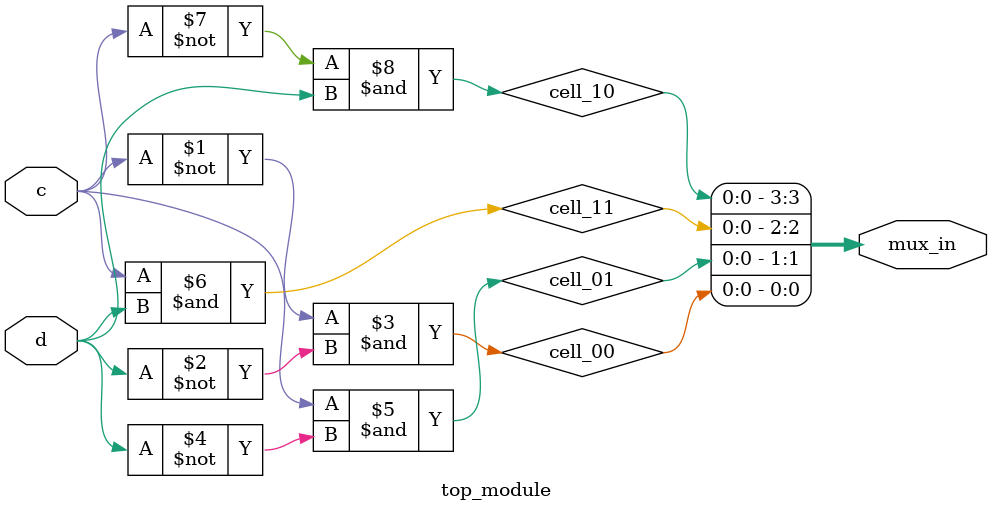
<source format=sv>
module top_module (
	input c,
	input d,
	output [3:0] mux_in
);

	// Mux inputs for each cell in the Karnaugh map
	wire cell_00 = ~c & ~d;
	wire cell_01 = c & ~d;
	wire cell_11 = c & d;
	wire cell_10 = ~c & d;

	// Connecting Karnaugh map cells to mux input pins
	assign mux_in[0] = cell_00;
	assign mux_in[1] = cell_01;
	assign mux_in[2] = cell_11;
	assign mux_in[3] = cell_10;

endmodule

</source>
